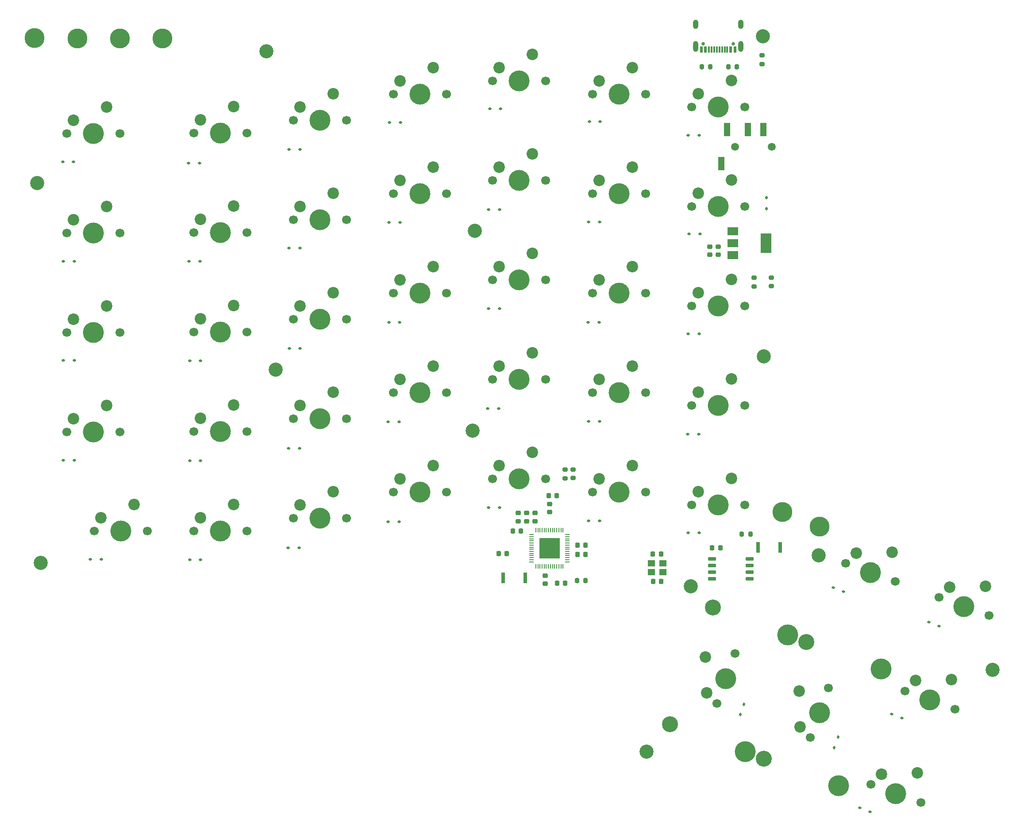
<source format=gbs>
G04 #@! TF.GenerationSoftware,KiCad,Pcbnew,7.0.5*
G04 #@! TF.CreationDate,2025-01-08T15:51:09-05:00*
G04 #@! TF.ProjectId,JasonSplitErgoKeyboard_Left,4a61736f-6e53-4706-9c69-744572676f4b,rev?*
G04 #@! TF.SameCoordinates,Original*
G04 #@! TF.FileFunction,Soldermask,Bot*
G04 #@! TF.FilePolarity,Negative*
%FSLAX46Y46*%
G04 Gerber Fmt 4.6, Leading zero omitted, Abs format (unit mm)*
G04 Created by KiCad (PCBNEW 7.0.5) date 2025-01-08 15:51:09*
%MOMM*%
%LPD*%
G01*
G04 APERTURE LIST*
G04 Aperture macros list*
%AMRoundRect*
0 Rectangle with rounded corners*
0 $1 Rounding radius*
0 $2 $3 $4 $5 $6 $7 $8 $9 X,Y pos of 4 corners*
0 Add a 4 corners polygon primitive as box body*
4,1,4,$2,$3,$4,$5,$6,$7,$8,$9,$2,$3,0*
0 Add four circle primitives for the rounded corners*
1,1,$1+$1,$2,$3*
1,1,$1+$1,$4,$5*
1,1,$1+$1,$6,$7*
1,1,$1+$1,$8,$9*
0 Add four rect primitives between the rounded corners*
20,1,$1+$1,$2,$3,$4,$5,0*
20,1,$1+$1,$4,$5,$6,$7,0*
20,1,$1+$1,$6,$7,$8,$9,0*
20,1,$1+$1,$8,$9,$2,$3,0*%
G04 Aperture macros list end*
%ADD10C,2.700000*%
%ADD11C,1.700000*%
%ADD12C,4.000000*%
%ADD13C,2.200000*%
%ADD14C,3.050000*%
%ADD15RoundRect,0.200000X0.275000X-0.200000X0.275000X0.200000X-0.275000X0.200000X-0.275000X-0.200000X0*%
%ADD16RoundRect,0.112500X-0.187500X-0.112500X0.187500X-0.112500X0.187500X0.112500X-0.187500X0.112500X0*%
%ADD17RoundRect,0.200000X0.200000X0.275000X-0.200000X0.275000X-0.200000X-0.275000X0.200000X-0.275000X0*%
%ADD18RoundRect,0.225000X-0.225000X-0.250000X0.225000X-0.250000X0.225000X0.250000X-0.225000X0.250000X0*%
%ADD19RoundRect,0.225000X-0.250000X0.225000X-0.250000X-0.225000X0.250000X-0.225000X0.250000X0.225000X0*%
%ADD20RoundRect,0.050000X0.350000X0.050000X-0.350000X0.050000X-0.350000X-0.050000X0.350000X-0.050000X0*%
%ADD21RoundRect,0.050000X0.050000X0.350000X-0.050000X0.350000X-0.050000X-0.350000X0.050000X-0.350000X0*%
%ADD22R,4.000000X4.000000*%
%ADD23RoundRect,0.200000X-0.275000X0.200000X-0.275000X-0.200000X0.275000X-0.200000X0.275000X0.200000X0*%
%ADD24RoundRect,0.225000X0.250000X-0.225000X0.250000X0.225000X-0.250000X0.225000X-0.250000X-0.225000X0*%
%ADD25RoundRect,0.112500X0.041587X-0.214670X0.169844X0.137715X-0.041587X0.214670X-0.169844X-0.137715X0*%
%ADD26R,0.800000X2.000000*%
%ADD27C,3.800000*%
%ADD28RoundRect,0.112500X-0.214670X-0.041587X0.137715X-0.169844X0.214670X0.041587X-0.137715X0.169844X0*%
%ADD29C,0.650000*%
%ADD30R,0.600000X1.240000*%
%ADD31R,0.300000X1.240000*%
%ADD32O,1.000000X1.800000*%
%ADD33O,1.000000X2.100000*%
%ADD34RoundRect,0.112500X0.112500X-0.187500X0.112500X0.187500X-0.112500X0.187500X-0.112500X-0.187500X0*%
%ADD35R,1.400000X1.200000*%
%ADD36R,2.000000X1.500000*%
%ADD37R,2.000000X3.800000*%
%ADD38RoundRect,0.150000X0.650000X0.150000X-0.650000X0.150000X-0.650000X-0.150000X0.650000X-0.150000X0*%
%ADD39RoundRect,0.200000X-0.200000X-0.275000X0.200000X-0.275000X0.200000X0.275000X-0.200000X0.275000X0*%
%ADD40C,1.500000*%
%ADD41R,1.200000X2.500000*%
%ADD42RoundRect,0.225000X0.225000X0.250000X-0.225000X0.250000X-0.225000X-0.250000X0.225000X-0.250000X0*%
G04 APERTURE END LIST*
D10*
X110720000Y-158650000D03*
D11*
X235260000Y-71390000D03*
D12*
X240340000Y-71390000D03*
D11*
X245420000Y-71390000D03*
D13*
X242880000Y-66310000D03*
X236530000Y-68850000D03*
D11*
X178150000Y-145110000D03*
D12*
X183230000Y-145110000D03*
D11*
X188310000Y-145110000D03*
D13*
X185770000Y-140030000D03*
X179420000Y-142570000D03*
D11*
X140030000Y-76410000D03*
D12*
X145110000Y-76410000D03*
D11*
X150190000Y-76410000D03*
D13*
X147650000Y-71330000D03*
X141300000Y-73870000D03*
D11*
X235260000Y-128540000D03*
D12*
X240340000Y-128540000D03*
D11*
X245420000Y-128540000D03*
D13*
X242880000Y-123460000D03*
X236530000Y-126000000D03*
D11*
X140030000Y-152610000D03*
D12*
X145110000Y-152610000D03*
D11*
X150190000Y-152610000D03*
D13*
X147650000Y-147530000D03*
X141300000Y-150070000D03*
D11*
X235260000Y-147590000D03*
D12*
X240340000Y-147590000D03*
D11*
X245420000Y-147590000D03*
D13*
X242880000Y-142510000D03*
X236530000Y-145050000D03*
D11*
X178150000Y-107010000D03*
D12*
X183230000Y-107010000D03*
D11*
X188310000Y-107010000D03*
D13*
X185770000Y-101930000D03*
X179420000Y-104470000D03*
D11*
X276066362Y-183182538D03*
D12*
X280840000Y-184920000D03*
D11*
X285613639Y-186657463D03*
D13*
X284964282Y-181015093D03*
X278128503Y-181230084D03*
D11*
X235260000Y-109490000D03*
D12*
X240340000Y-109490000D03*
D11*
X245420000Y-109490000D03*
D13*
X242880000Y-104410000D03*
X236530000Y-106950000D03*
D11*
X197180000Y-104520000D03*
D12*
X202260000Y-104520000D03*
D11*
X207340000Y-104520000D03*
D13*
X204800000Y-99440000D03*
X198450000Y-101980000D03*
D11*
X197180000Y-85470000D03*
D12*
X202260000Y-85470000D03*
D11*
X207340000Y-85470000D03*
D13*
X204800000Y-80390000D03*
X198450000Y-82930000D03*
D11*
X216250000Y-68910000D03*
D12*
X221330000Y-68910000D03*
D11*
X226410000Y-68910000D03*
D13*
X223870000Y-63830000D03*
X217520000Y-66370000D03*
D11*
X216250000Y-126060000D03*
D12*
X221330000Y-126060000D03*
D11*
X226410000Y-126060000D03*
D13*
X223870000Y-120980000D03*
X217520000Y-123520000D03*
D11*
X140030000Y-133560000D03*
D12*
X145110000Y-133560000D03*
D11*
X150190000Y-133560000D03*
D13*
X147650000Y-128480000D03*
X141300000Y-131020000D03*
D11*
X159090000Y-73900000D03*
D12*
X164170000Y-73900000D03*
D11*
X169250000Y-73900000D03*
D13*
X166710000Y-68820000D03*
X160360000Y-71360000D03*
D11*
X197180000Y-66420000D03*
D12*
X202260000Y-66420000D03*
D11*
X207340000Y-66420000D03*
D13*
X204800000Y-61340000D03*
X198450000Y-63880000D03*
D11*
X159090000Y-112000000D03*
D12*
X164170000Y-112000000D03*
D11*
X169250000Y-112000000D03*
D13*
X166710000Y-106920000D03*
X160360000Y-109460000D03*
D11*
X115700000Y-95490000D03*
D12*
X120780000Y-95490000D03*
D11*
X125860000Y-95490000D03*
D13*
X123320000Y-90410000D03*
X116970000Y-92950000D03*
D11*
X120960000Y-152610000D03*
D12*
X126040000Y-152610000D03*
D11*
X131120000Y-152610000D03*
D13*
X128580000Y-147530000D03*
X122230000Y-150070000D03*
D14*
X231142028Y-189606704D03*
D12*
X245462944Y-194819091D03*
D11*
X240052454Y-185592141D03*
D12*
X241789916Y-180818503D03*
D11*
X243527379Y-176044864D03*
D14*
X239282108Y-167242019D03*
D12*
X253603023Y-172454406D03*
D13*
X237885009Y-176694221D03*
X238100000Y-183530000D03*
D11*
X216250000Y-145110000D03*
D12*
X221330000Y-145110000D03*
D11*
X226410000Y-145110000D03*
D13*
X223870000Y-140030000D03*
X217520000Y-142570000D03*
D11*
X140030000Y-95460000D03*
D12*
X145110000Y-95460000D03*
D11*
X150190000Y-95460000D03*
D13*
X147650000Y-90380000D03*
X141300000Y-92920000D03*
D11*
X115700000Y-114540000D03*
D12*
X120780000Y-114540000D03*
D11*
X125860000Y-114540000D03*
D13*
X123320000Y-109460000D03*
X116970000Y-112000000D03*
D11*
X269546362Y-201092538D03*
D12*
X274320000Y-202830000D03*
D11*
X279093639Y-204567463D03*
D13*
X278444282Y-198925093D03*
X271608503Y-199140084D03*
D11*
X178150000Y-126060000D03*
D12*
X183230000Y-126060000D03*
D11*
X188310000Y-126060000D03*
D13*
X185770000Y-120980000D03*
X179420000Y-123520000D03*
D14*
X249042112Y-196158202D03*
D12*
X263363028Y-201370589D03*
D11*
X257952538Y-192143639D03*
D12*
X259690000Y-187370001D03*
D11*
X261427463Y-182596362D03*
D14*
X257182192Y-173793517D03*
D12*
X271503107Y-179005904D03*
D13*
X255785093Y-183245719D03*
X256000084Y-190081498D03*
D11*
X159090000Y-92950000D03*
D12*
X164170000Y-92950000D03*
D11*
X169250000Y-92950000D03*
D13*
X166710000Y-87870000D03*
X160360000Y-90410000D03*
D11*
X178150000Y-68910000D03*
D12*
X183230000Y-68910000D03*
D11*
X188310000Y-68910000D03*
D13*
X185770000Y-63830000D03*
X179420000Y-66370000D03*
D11*
X216250000Y-87960000D03*
D12*
X221330000Y-87960000D03*
D11*
X226410000Y-87960000D03*
D13*
X223870000Y-82880000D03*
X217520000Y-85420000D03*
D11*
X115700000Y-76440000D03*
D12*
X120780000Y-76440000D03*
D11*
X125860000Y-76440000D03*
D13*
X123320000Y-71360000D03*
X116970000Y-73900000D03*
D11*
X282560000Y-165310000D03*
D12*
X287333638Y-167047462D03*
D11*
X292107277Y-168784925D03*
D13*
X291457920Y-163142555D03*
X284622141Y-163357546D03*
D11*
X197180000Y-123570000D03*
D12*
X202260000Y-123570000D03*
D11*
X207340000Y-123570000D03*
D13*
X204800000Y-118490000D03*
X198450000Y-121030000D03*
D11*
X159090000Y-150100000D03*
D12*
X164170000Y-150100000D03*
D11*
X169250000Y-150100000D03*
D13*
X166710000Y-145020000D03*
X160360000Y-147560000D03*
D11*
X197180000Y-142620000D03*
D12*
X202260000Y-142620000D03*
D11*
X207340000Y-142620000D03*
D13*
X204800000Y-137540000D03*
X198450000Y-140080000D03*
D11*
X159090000Y-131050000D03*
D12*
X164170000Y-131050000D03*
D11*
X169250000Y-131050000D03*
D13*
X166710000Y-125970000D03*
X160360000Y-128510000D03*
D11*
X178150000Y-87960000D03*
D12*
X183230000Y-87960000D03*
D11*
X188310000Y-87960000D03*
D13*
X185770000Y-82880000D03*
X179420000Y-85420000D03*
D11*
X140030000Y-114510000D03*
D12*
X145110000Y-114510000D03*
D11*
X150190000Y-114510000D03*
D13*
X147650000Y-109430000D03*
X141300000Y-111970000D03*
D11*
X115700000Y-133590000D03*
D12*
X120780000Y-133590000D03*
D11*
X125860000Y-133590000D03*
D13*
X123320000Y-128510000D03*
X116970000Y-131050000D03*
D11*
X216250000Y-107010000D03*
D12*
X221330000Y-107010000D03*
D11*
X226410000Y-107010000D03*
D13*
X223870000Y-101930000D03*
X217520000Y-104470000D03*
D11*
X235260000Y-90440000D03*
D12*
X240340000Y-90440000D03*
D11*
X245420000Y-90440000D03*
D13*
X242880000Y-85360000D03*
X236530000Y-87900000D03*
D11*
X264676362Y-158787538D03*
D12*
X269450000Y-160525000D03*
D11*
X274223639Y-162262463D03*
D13*
X273574282Y-156620093D03*
X266738503Y-156835084D03*
D15*
X212600000Y-142450000D03*
X212600000Y-140800000D03*
D16*
X215550000Y-131600000D03*
X217650000Y-131600000D03*
D17*
X238825000Y-63650000D03*
X237175000Y-63650000D03*
D18*
X213385000Y-155270000D03*
X214935000Y-155270000D03*
D19*
X207240000Y-161105000D03*
X207240000Y-162655000D03*
D20*
X211480000Y-153270000D03*
X211480000Y-153670000D03*
X211480000Y-154070000D03*
X211480000Y-154470000D03*
X211480000Y-154870000D03*
X211480000Y-155270000D03*
X211480000Y-155670000D03*
X211480000Y-156070000D03*
X211480000Y-156470000D03*
X211480000Y-156870000D03*
X211480000Y-157270000D03*
X211480000Y-157670000D03*
X211480000Y-158070000D03*
X211480000Y-158470000D03*
D21*
X210630000Y-159320000D03*
X210230000Y-159320000D03*
X209830000Y-159320000D03*
X209430000Y-159320000D03*
X209030000Y-159320000D03*
X208630000Y-159320000D03*
X208230000Y-159320000D03*
X207830000Y-159320000D03*
X207430000Y-159320000D03*
X207030000Y-159320000D03*
X206630000Y-159320000D03*
X206230000Y-159320000D03*
X205830000Y-159320000D03*
X205430000Y-159320000D03*
D20*
X204580000Y-158470000D03*
X204580000Y-158070000D03*
X204580000Y-157670000D03*
X204580000Y-157270000D03*
X204580000Y-156870000D03*
X204580000Y-156470000D03*
X204580000Y-156070000D03*
X204580000Y-155670000D03*
X204580000Y-155270000D03*
X204580000Y-154870000D03*
X204580000Y-154470000D03*
X204580000Y-154070000D03*
X204580000Y-153670000D03*
X204580000Y-153270000D03*
D21*
X205430000Y-152420000D03*
X205830000Y-152420000D03*
X206230000Y-152420000D03*
X206630000Y-152420000D03*
X207030000Y-152420000D03*
X207430000Y-152420000D03*
X207830000Y-152420000D03*
X208230000Y-152420000D03*
X208630000Y-152420000D03*
X209030000Y-152420000D03*
X209430000Y-152420000D03*
X209830000Y-152420000D03*
X210230000Y-152420000D03*
X210630000Y-152420000D03*
D22*
X208030000Y-155870000D03*
D23*
X248700000Y-61475000D03*
X248700000Y-63125000D03*
D16*
X234550000Y-114800000D03*
X236650000Y-114800000D03*
X120200000Y-158000000D03*
X122300000Y-158000000D03*
D24*
X202070000Y-150680000D03*
X202070000Y-149130000D03*
D10*
X110020000Y-85950000D03*
D16*
X139200000Y-139100000D03*
X141300000Y-139100000D03*
X177150000Y-131700000D03*
X179250000Y-131700000D03*
D24*
X203640000Y-150685000D03*
X203640000Y-149135000D03*
D10*
X292820000Y-179150000D03*
X155620000Y-121650000D03*
X193720000Y-95050000D03*
D25*
X262540879Y-194036677D03*
X263259121Y-192063323D03*
D18*
X207875000Y-145830000D03*
X209425000Y-145830000D03*
D10*
X249020000Y-119150000D03*
D26*
X199220000Y-161550000D03*
X203420000Y-161550000D03*
D10*
X259520000Y-157250000D03*
D16*
X139100000Y-100950000D03*
X141200000Y-100950000D03*
D23*
X250530000Y-104045000D03*
X250530000Y-105695000D03*
D27*
X252590000Y-148906000D03*
D10*
X193320000Y-133350000D03*
D24*
X208100000Y-148935000D03*
X208100000Y-147385000D03*
D17*
X214935000Y-162030000D03*
X213285000Y-162030000D03*
D16*
X115000000Y-100900000D03*
X117100000Y-100900000D03*
X158200000Y-79500000D03*
X160300000Y-79500000D03*
D28*
X262313323Y-163440879D03*
X264286677Y-164159121D03*
D27*
X125844000Y-58228000D03*
D10*
X153920000Y-60750000D03*
D19*
X240310000Y-98105000D03*
X240310000Y-99655000D03*
D29*
X237420000Y-59260000D03*
X243200000Y-59260000D03*
D30*
X237110000Y-60380000D03*
X237910000Y-60380000D03*
D31*
X239060000Y-60380000D03*
X240060000Y-60380000D03*
X240560000Y-60380000D03*
X241560000Y-60380000D03*
D30*
X242710000Y-60380000D03*
X243510000Y-60380000D03*
X243510000Y-60380000D03*
X242710000Y-60380000D03*
D31*
X242060000Y-60380000D03*
X241060000Y-60380000D03*
X239560000Y-60380000D03*
X238560000Y-60380000D03*
D30*
X237910000Y-60380000D03*
X237110000Y-60380000D03*
D32*
X235990000Y-55580000D03*
D33*
X235990000Y-59780000D03*
D32*
X244630000Y-55580000D03*
D33*
X244630000Y-59780000D03*
D18*
X239165000Y-155760000D03*
X240715000Y-155760000D03*
D34*
X249550000Y-90857500D03*
X249550000Y-88757500D03*
D35*
X229760000Y-160425000D03*
X227560000Y-160425000D03*
X227560000Y-158725000D03*
X229760000Y-158725000D03*
D36*
X243150000Y-99760000D03*
X243150000Y-97460000D03*
D37*
X249450000Y-97460000D03*
D36*
X243150000Y-95160000D03*
D16*
X196400000Y-110000000D03*
X198500000Y-110000000D03*
X115000000Y-119900000D03*
X117100000Y-119900000D03*
X158150000Y-136700000D03*
X160250000Y-136700000D03*
D24*
X205260000Y-150680000D03*
X205260000Y-149130000D03*
D38*
X246360000Y-157895000D03*
X246360000Y-159165000D03*
X246360000Y-160435000D03*
X246360000Y-161705000D03*
X239160000Y-161705000D03*
X239160000Y-160435000D03*
X239160000Y-159165000D03*
X239160000Y-157895000D03*
D16*
X196200000Y-129100000D03*
X198300000Y-129100000D03*
D18*
X227825000Y-156995000D03*
X229375000Y-156995000D03*
D16*
X158250000Y-117600000D03*
X160350000Y-117600000D03*
X234720000Y-95640000D03*
X236820000Y-95640000D03*
X177350000Y-93500000D03*
X179450000Y-93500000D03*
D10*
X248920000Y-57850000D03*
D27*
X117716000Y-58228000D03*
X109480000Y-58190000D03*
D16*
X215550000Y-150600000D03*
X217650000Y-150600000D03*
D27*
X259702000Y-151700000D03*
D16*
X177300000Y-112600000D03*
X179400000Y-112600000D03*
X234600000Y-76800000D03*
X236700000Y-76800000D03*
D28*
X280613323Y-170040879D03*
X282586677Y-170759121D03*
D16*
X196600000Y-71700000D03*
X198700000Y-71700000D03*
X215450000Y-112600000D03*
X217550000Y-112600000D03*
X114900000Y-81850000D03*
X117000000Y-81850000D03*
D39*
X244835000Y-153190000D03*
X246485000Y-153190000D03*
D16*
X139200000Y-158100000D03*
X141300000Y-158100000D03*
X158200000Y-98400000D03*
X160300000Y-98400000D03*
X158050000Y-155800000D03*
X160150000Y-155800000D03*
D40*
X250580000Y-78980000D03*
X243580000Y-78980000D03*
D41*
X245980000Y-75730000D03*
X248980000Y-75730000D03*
X240880000Y-82230000D03*
X241980000Y-75730000D03*
D25*
X244540879Y-187736677D03*
X245259121Y-185763323D03*
D16*
X234500000Y-134000000D03*
X236600000Y-134000000D03*
D42*
X199860000Y-156880000D03*
X198310000Y-156880000D03*
D16*
X177150000Y-150800000D03*
X179250000Y-150800000D03*
X234550000Y-152900000D03*
X236650000Y-152900000D03*
D39*
X242265000Y-63630000D03*
X243915000Y-63630000D03*
D16*
X177400000Y-74300000D03*
X179500000Y-74300000D03*
D19*
X238710000Y-98095000D03*
X238710000Y-99645000D03*
D28*
X267400000Y-205600000D03*
X269373354Y-206318242D03*
D16*
X196400000Y-91000000D03*
X198500000Y-91000000D03*
D26*
X252140000Y-155740000D03*
X247940000Y-155740000D03*
D42*
X202585000Y-152580000D03*
X201035000Y-152580000D03*
D10*
X235120000Y-163150000D03*
D18*
X227845000Y-162185000D03*
X229395000Y-162185000D03*
D15*
X211000000Y-142455000D03*
X211000000Y-140805000D03*
D16*
X139200000Y-120000000D03*
X141300000Y-120000000D03*
D23*
X247200000Y-104085000D03*
X247200000Y-105735000D03*
D28*
X273513323Y-187640879D03*
X275486677Y-188359121D03*
D18*
X209495000Y-162600000D03*
X211045000Y-162600000D03*
D16*
X139000000Y-82100000D03*
X141100000Y-82100000D03*
X215500000Y-93400000D03*
X217600000Y-93400000D03*
D10*
X226620000Y-194850000D03*
D16*
X215650000Y-74200000D03*
X217750000Y-74200000D03*
X196400000Y-148100000D03*
X198500000Y-148100000D03*
D18*
X213385000Y-157020000D03*
X214935000Y-157020000D03*
D27*
X133972000Y-58228000D03*
D16*
X115000000Y-139000000D03*
X117100000Y-139000000D03*
M02*

</source>
